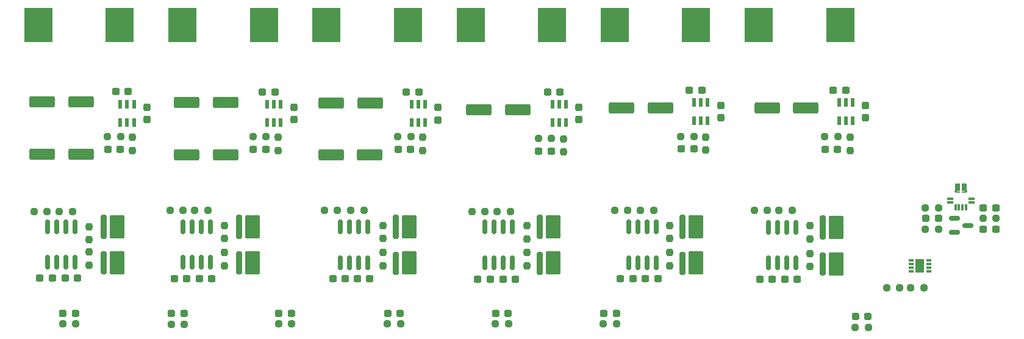
<source format=gbr>
%TF.GenerationSoftware,KiCad,Pcbnew,8.0.6*%
%TF.CreationDate,2025-03-19T14:20:47+02:00*%
%TF.ProjectId,UPD_PCB,5550445f-5043-4422-9e6b-696361645f70,1.1*%
%TF.SameCoordinates,Original*%
%TF.FileFunction,Paste,Top*%
%TF.FilePolarity,Positive*%
%FSLAX46Y46*%
G04 Gerber Fmt 4.6, Leading zero omitted, Abs format (unit mm)*
G04 Created by KiCad (PCBNEW 8.0.6) date 2025-03-19 14:20:47*
%MOMM*%
%LPD*%
G01*
G04 APERTURE LIST*
G04 Aperture macros list*
%AMRoundRect*
0 Rectangle with rounded corners*
0 $1 Rounding radius*
0 $2 $3 $4 $5 $6 $7 $8 $9 X,Y pos of 4 corners*
0 Add a 4 corners polygon primitive as box body*
4,1,4,$2,$3,$4,$5,$6,$7,$8,$9,$2,$3,0*
0 Add four circle primitives for the rounded corners*
1,1,$1+$1,$2,$3*
1,1,$1+$1,$4,$5*
1,1,$1+$1,$6,$7*
1,1,$1+$1,$8,$9*
0 Add four rect primitives between the rounded corners*
20,1,$1+$1,$2,$3,$4,$5,0*
20,1,$1+$1,$4,$5,$6,$7,0*
20,1,$1+$1,$6,$7,$8,$9,0*
20,1,$1+$1,$8,$9,$2,$3,0*%
%AMRotRect*
0 Rectangle, with rotation*
0 The origin of the aperture is its center*
0 $1 length*
0 $2 width*
0 $3 Rotation angle, in degrees counterclockwise*
0 Add horizontal line*
21,1,$1,$2,0,0,$3*%
G04 Aperture macros list end*
%ADD10R,0.600000X1.250000*%
%ADD11R,3.900000X4.750000*%
%ADD12R,0.800000X0.300000*%
%ADD13R,1.200000X1.900000*%
%ADD14RoundRect,0.237500X-0.250000X-0.237500X0.250000X-0.237500X0.250000X0.237500X-0.250000X0.237500X0*%
%ADD15RoundRect,0.237500X0.237500X-0.300000X0.237500X0.300000X-0.237500X0.300000X-0.237500X-0.300000X0*%
%ADD16RoundRect,0.237500X-0.237500X0.250000X-0.237500X-0.250000X0.237500X-0.250000X0.237500X0.250000X0*%
%ADD17RoundRect,0.250000X1.500000X0.550000X-1.500000X0.550000X-1.500000X-0.550000X1.500000X-0.550000X0*%
%ADD18RoundRect,0.150000X-0.150000X0.825000X-0.150000X-0.825000X0.150000X-0.825000X0.150000X0.825000X0*%
%ADD19RoundRect,0.237500X-0.287500X-0.237500X0.287500X-0.237500X0.287500X0.237500X-0.287500X0.237500X0*%
%ADD20RoundRect,0.237500X0.300000X0.237500X-0.300000X0.237500X-0.300000X-0.237500X0.300000X-0.237500X0*%
%ADD21RoundRect,0.237500X-0.300000X-0.237500X0.300000X-0.237500X0.300000X0.237500X-0.300000X0.237500X0*%
%ADD22R,0.800000X1.070000*%
%ADD23RotRect,0.282800X0.282800X315.000000*%
%ADD24R,0.600000X0.200000*%
%ADD25R,0.850000X0.300000*%
%ADD26R,0.300000X0.850000*%
%ADD27RoundRect,0.237500X0.250000X0.237500X-0.250000X0.237500X-0.250000X-0.237500X0.250000X-0.237500X0*%
%ADD28RoundRect,0.243600X-0.771400X1.406400X-0.771400X-1.406400X0.771400X-1.406400X0.771400X1.406400X0*%
%ADD29RoundRect,0.212500X-0.212500X1.452500X-0.212500X-1.452500X0.212500X-1.452500X0.212500X1.452500X0*%
%ADD30RoundRect,0.210000X-0.210000X1.365000X-0.210000X-1.365000X0.210000X-1.365000X0.210000X1.365000X0*%
%ADD31RoundRect,0.150000X-0.587500X-0.150000X0.587500X-0.150000X0.587500X0.150000X-0.587500X0.150000X0*%
G04 APERTURE END LIST*
D10*
%TO.C,Q6*%
X120050000Y-71000000D03*
X121000000Y-71000000D03*
X121950000Y-71000000D03*
X121950000Y-68500000D03*
X121000000Y-68500000D03*
X120050000Y-68500000D03*
%TD*%
%TO.C,Q5*%
X180050000Y-71019999D03*
X181000000Y-71019999D03*
X181950000Y-71019999D03*
X181950000Y-68519999D03*
X181000000Y-68519999D03*
X180050000Y-68519999D03*
%TD*%
%TO.C,Q4*%
X160500000Y-71019998D03*
X161450000Y-71019998D03*
X162400000Y-71019998D03*
X162400000Y-68519998D03*
X161450000Y-68519998D03*
X160500000Y-68519998D03*
%TD*%
%TO.C,Q3*%
X199712501Y-70769999D03*
X200662501Y-70769999D03*
X201612501Y-70769999D03*
X201612501Y-68269999D03*
X200662501Y-68269999D03*
X199712501Y-68269999D03*
%TD*%
%TO.C,Q2*%
X140450000Y-71019998D03*
X141400000Y-71019998D03*
X142350000Y-71019998D03*
X142350000Y-68519998D03*
X141400000Y-68519998D03*
X140450000Y-68519998D03*
%TD*%
%TO.C,Q1*%
X219825003Y-70769999D03*
X220775003Y-70769999D03*
X221725003Y-70769999D03*
X221725003Y-68269999D03*
X220775003Y-68269999D03*
X219825003Y-68269999D03*
%TD*%
D11*
%TO.C,L6*%
X120000001Y-57500000D03*
X108700001Y-57500000D03*
%TD*%
%TO.C,L5*%
X180000000Y-57499999D03*
X168700000Y-57499999D03*
%TD*%
%TO.C,L4*%
X160000000Y-57500000D03*
X148700000Y-57500000D03*
%TD*%
%TO.C,L3*%
X200000000Y-57500000D03*
X188700000Y-57500000D03*
%TD*%
%TO.C,L2*%
X140000000Y-57500000D03*
X128700000Y-57500000D03*
%TD*%
%TO.C,L1*%
X220000000Y-57500000D03*
X208700000Y-57500000D03*
%TD*%
D12*
%TO.C,IC1*%
X229875000Y-90174999D03*
X229875000Y-90674999D03*
X229875000Y-91174999D03*
X229875000Y-91674999D03*
X232275000Y-91674999D03*
X232275000Y-91174999D03*
X232275000Y-90674999D03*
X232275000Y-90174999D03*
D13*
X231075000Y-90924999D03*
%TD*%
D14*
%TO.C,R51*%
X142023642Y-99020822D03*
X143848642Y-99020822D03*
%TD*%
%TO.C,R42*%
X111575000Y-83400000D03*
X113400000Y-83400000D03*
%TD*%
D15*
%TO.C,C11*%
X164150000Y-70662501D03*
X164150000Y-68937499D03*
%TD*%
D16*
%TO.C,R30*%
X156560000Y-85332499D03*
X156560000Y-87157499D03*
%TD*%
%TO.C,R31*%
X156560000Y-89082500D03*
X156560000Y-90907500D03*
%TD*%
D14*
%TO.C,R46*%
X222087500Y-99500000D03*
X223912500Y-99500000D03*
%TD*%
D17*
%TO.C,C25*%
X175250000Y-69269999D03*
X169850000Y-69269999D03*
%TD*%
D14*
%TO.C,R54*%
X229799999Y-93999999D03*
X231624999Y-93999999D03*
%TD*%
D18*
%TO.C,U3*%
X132550000Y-85520000D03*
X131280000Y-85520000D03*
X130010000Y-85520000D03*
X128740000Y-85520000D03*
X128740000Y-90470000D03*
X130010000Y-90470000D03*
X131280000Y-90470000D03*
X132550000Y-90470000D03*
%TD*%
D19*
%TO.C,D4*%
X172175001Y-97520000D03*
X173924999Y-97520000D03*
%TD*%
D20*
%TO.C,C38*%
X114127501Y-92670000D03*
X112402499Y-92670000D03*
%TD*%
D19*
%TO.C,D7*%
X142061143Y-97530820D03*
X143811141Y-97530820D03*
%TD*%
D14*
%TO.C,R11*%
X178087500Y-73270000D03*
X179912500Y-73270000D03*
%TD*%
D17*
%TO.C,C16*%
X195050000Y-69019999D03*
X189650000Y-69019999D03*
%TD*%
D14*
%TO.C,R7*%
X197874999Y-73000000D03*
X199699999Y-73000000D03*
%TD*%
D18*
%TO.C,U4*%
X194455000Y-85545000D03*
X193185000Y-85545000D03*
X191915000Y-85545000D03*
X190645000Y-85545000D03*
X190645000Y-90495000D03*
X191915000Y-90495000D03*
X193185000Y-90495000D03*
X194455000Y-90495000D03*
%TD*%
D16*
%TO.C,R5*%
X201325000Y-73067500D03*
X201325000Y-74892500D03*
%TD*%
%TO.C,R10*%
X121762501Y-73087499D03*
X121762501Y-74912499D03*
%TD*%
%TO.C,R29*%
X196345000Y-89082500D03*
X196345000Y-90907500D03*
%TD*%
D21*
%TO.C,C15*%
X159787498Y-66769999D03*
X161512500Y-66769999D03*
%TD*%
%TO.C,C24*%
X119437499Y-66750000D03*
X121162501Y-66750000D03*
%TD*%
D18*
%TO.C,U7*%
X174455000Y-85545000D03*
X173185000Y-85545000D03*
X171915000Y-85545000D03*
X170645000Y-85545000D03*
X170645000Y-90495000D03*
X171915000Y-90495000D03*
X173185000Y-90495000D03*
X174455000Y-90495000D03*
%TD*%
D19*
%TO.C,D5*%
X157175001Y-97519999D03*
X158924999Y-97519999D03*
%TD*%
D15*
%TO.C,C2*%
X144150000Y-70632499D03*
X144150000Y-68907497D03*
%TD*%
D22*
%TO.C,U1*%
X237249999Y-80050000D03*
D23*
X237450000Y-80585000D03*
D24*
X237150000Y-80685000D03*
D22*
X236250001Y-80050000D03*
D23*
X236050000Y-80585000D03*
D24*
X236350000Y-80685000D03*
D25*
X235300000Y-81600000D03*
X235300000Y-82100000D03*
D26*
X236000000Y-82800000D03*
X236500000Y-82800000D03*
X237000000Y-82800000D03*
X237500000Y-82800000D03*
D25*
X238200000Y-82100000D03*
X238200000Y-81600000D03*
%TD*%
D16*
%TO.C,R17*%
X134555000Y-85337500D03*
X134555000Y-87162500D03*
%TD*%
D17*
%TO.C,C8*%
X134700000Y-75520000D03*
X129300000Y-75520000D03*
%TD*%
D19*
%TO.C,D3*%
X187175001Y-97520000D03*
X188924999Y-97520000D03*
%TD*%
D14*
%TO.C,R20*%
X231837499Y-82870000D03*
X233662499Y-82870000D03*
%TD*%
D20*
%TO.C,C4*%
X140262501Y-74769999D03*
X138537499Y-74769999D03*
%TD*%
D27*
%TO.C,R34*%
X190512500Y-83200000D03*
X188687500Y-83200000D03*
%TD*%
D16*
%TO.C,R2*%
X142000000Y-73087500D03*
X142000000Y-74912500D03*
%TD*%
%TO.C,R18*%
X134555001Y-89087499D03*
X134555001Y-90912499D03*
%TD*%
%TO.C,R41*%
X176550000Y-89107500D03*
X176550000Y-90932500D03*
%TD*%
D14*
%TO.C,R52*%
X112050000Y-99019999D03*
X113875000Y-99019999D03*
%TD*%
D27*
%TO.C,R53*%
X228262500Y-94000000D03*
X226437500Y-94000000D03*
%TD*%
D16*
%TO.C,R9*%
X181600001Y-73287500D03*
X181600001Y-75112500D03*
%TD*%
D15*
%TO.C,C19*%
X183750000Y-70632501D03*
X183750000Y-68907499D03*
%TD*%
D20*
%TO.C,C35*%
X154672502Y-92744999D03*
X152947500Y-92744999D03*
%TD*%
D28*
%TO.C,R36*%
X119650000Y-85500000D03*
D29*
X117790000Y-85515000D03*
D30*
X117795000Y-90555000D03*
D28*
X119635000Y-90540000D03*
%TD*%
D16*
%TO.C,R38*%
X115765000Y-85507500D03*
X115765000Y-87332500D03*
%TD*%
D14*
%TO.C,R19*%
X239837499Y-84369999D03*
X241662499Y-84369999D03*
%TD*%
D17*
%TO.C,C26*%
X114625001Y-68200000D03*
X109225001Y-68200000D03*
%TD*%
D14*
%TO.C,R22*%
X130400000Y-83200000D03*
X132225000Y-83200000D03*
%TD*%
D17*
%TO.C,C17*%
X154750000Y-68370000D03*
X149350000Y-68370000D03*
%TD*%
D16*
%TO.C,R1*%
X221400000Y-73087499D03*
X221400000Y-74912499D03*
%TD*%
%TO.C,R39*%
X115765000Y-89007500D03*
X115765000Y-90832500D03*
%TD*%
D20*
%TO.C,C28*%
X214050000Y-92795000D03*
X212324998Y-92795000D03*
%TD*%
D28*
%TO.C,R37*%
X180185000Y-85515000D03*
D29*
X178325000Y-85530000D03*
D30*
X178330000Y-90570000D03*
D28*
X180170000Y-90555000D03*
%TD*%
%TO.C,R26*%
X199980000Y-85515000D03*
D29*
X198120000Y-85530000D03*
D30*
X198125000Y-90570000D03*
D28*
X199965000Y-90555000D03*
%TD*%
D20*
%TO.C,C21*%
X179887503Y-75020000D03*
X178162501Y-75020000D03*
%TD*%
D27*
%TO.C,R24*%
X209912500Y-83200000D03*
X208087500Y-83200000D03*
%TD*%
D20*
%TO.C,C41*%
X171412501Y-92770000D03*
X169687499Y-92770000D03*
%TD*%
%TO.C,C33*%
X129280002Y-92750000D03*
X127555000Y-92750000D03*
%TD*%
D28*
%TO.C,R27*%
X160195000Y-85515000D03*
D29*
X158335000Y-85530000D03*
D30*
X158340000Y-90570000D03*
D28*
X160180000Y-90555000D03*
%TD*%
D19*
%TO.C,D1*%
X231875000Y-84369999D03*
X233624998Y-84369999D03*
%TD*%
D15*
%TO.C,C20*%
X123800001Y-70612501D03*
X123800001Y-68887499D03*
%TD*%
D27*
%TO.C,R35*%
X150200000Y-83200000D03*
X148375000Y-83200000D03*
%TD*%
D16*
%TO.C,R16*%
X215800000Y-89219999D03*
X215800000Y-91044999D03*
%TD*%
D14*
%TO.C,R12*%
X118300000Y-73000000D03*
X120125000Y-73000000D03*
%TD*%
D20*
%TO.C,C34*%
X194707502Y-92744999D03*
X192982500Y-92744999D03*
%TD*%
%TO.C,C40*%
X110627501Y-92669999D03*
X108902499Y-92669999D03*
%TD*%
D21*
%TO.C,C6*%
X139787499Y-66770000D03*
X141512501Y-66770000D03*
%TD*%
D14*
%TO.C,R4*%
X138487500Y-73020000D03*
X140312500Y-73020000D03*
%TD*%
D16*
%TO.C,R28*%
X196345001Y-85332499D03*
X196345001Y-87157499D03*
%TD*%
D19*
%TO.C,D2*%
X222125001Y-98000000D03*
X223874999Y-98000000D03*
%TD*%
D14*
%TO.C,R21*%
X211521716Y-83230363D03*
X213346716Y-83230363D03*
%TD*%
%TO.C,R23*%
X231837501Y-85870000D03*
X233662501Y-85870000D03*
%TD*%
D17*
%TO.C,C18*%
X154700000Y-75520000D03*
X149300000Y-75520000D03*
%TD*%
D27*
%TO.C,R25*%
X128800000Y-83200000D03*
X126975000Y-83200000D03*
%TD*%
D16*
%TO.C,R6*%
X162000000Y-73087500D03*
X162000000Y-74912500D03*
%TD*%
D21*
%TO.C,C14*%
X199050000Y-66520000D03*
X200775002Y-66520000D03*
%TD*%
D14*
%TO.C,R47*%
X187137500Y-99020000D03*
X188962500Y-99020000D03*
%TD*%
D20*
%TO.C,C12*%
X199675002Y-74700000D03*
X197950000Y-74700000D03*
%TD*%
%TO.C,C3*%
X219625002Y-74770000D03*
X217900000Y-74770000D03*
%TD*%
%TO.C,C37*%
X151310000Y-92744999D03*
X149584998Y-92744999D03*
%TD*%
D14*
%TO.C,R49*%
X157137500Y-99019999D03*
X158962500Y-99019999D03*
%TD*%
%TO.C,R32*%
X192287500Y-83200000D03*
X194112500Y-83200000D03*
%TD*%
D28*
%TO.C,R13*%
X219435000Y-85625000D03*
D29*
X217575000Y-85640000D03*
D30*
X217580000Y-90680000D03*
D28*
X219420000Y-90665000D03*
%TD*%
%TO.C,R14*%
X138415000Y-85490000D03*
D29*
X136555000Y-85505000D03*
D30*
X136560000Y-90545000D03*
D28*
X138400000Y-90530000D03*
%TD*%
D17*
%TO.C,C27*%
X114625001Y-75450000D03*
X109225001Y-75450000D03*
%TD*%
D14*
%TO.C,R43*%
X172375000Y-83400000D03*
X174200000Y-83400000D03*
%TD*%
%TO.C,R8*%
X158575000Y-73019998D03*
X160400000Y-73019998D03*
%TD*%
D16*
%TO.C,R40*%
X176550000Y-85357500D03*
X176550000Y-87182500D03*
%TD*%
D20*
%TO.C,C39*%
X174912501Y-92770000D03*
X173187499Y-92770000D03*
%TD*%
D18*
%TO.C,U5*%
X154455001Y-85544999D03*
X153185001Y-85544999D03*
X151915001Y-85544999D03*
X150645001Y-85544999D03*
X150645001Y-90494999D03*
X151915001Y-90494999D03*
X153185001Y-90494999D03*
X154455001Y-90494999D03*
%TD*%
D17*
%TO.C,C9*%
X134700000Y-68270000D03*
X129300000Y-68270000D03*
%TD*%
D27*
%TO.C,R45*%
X170712500Y-83400000D03*
X168887500Y-83400000D03*
%TD*%
D20*
%TO.C,C36*%
X191207501Y-92745000D03*
X189482499Y-92745000D03*
%TD*%
D31*
%TO.C,Q7*%
X235874998Y-84370000D03*
X235874998Y-86270000D03*
X237749999Y-85320000D03*
%TD*%
D20*
%TO.C,C29*%
X132780003Y-92750000D03*
X131055001Y-92750000D03*
%TD*%
D21*
%TO.C,C30*%
X239887498Y-82870000D03*
X241612500Y-82870000D03*
%TD*%
D20*
%TO.C,C32*%
X210550000Y-92795000D03*
X208824998Y-92795000D03*
%TD*%
D27*
%TO.C,R44*%
X109912500Y-83400000D03*
X108087500Y-83400000D03*
%TD*%
D20*
%TO.C,C31*%
X241612500Y-85870000D03*
X239887498Y-85870000D03*
%TD*%
D14*
%TO.C,R33*%
X152087500Y-83200000D03*
X153912500Y-83200000D03*
%TD*%
%TO.C,R3*%
X217862503Y-73020000D03*
X219687503Y-73020000D03*
%TD*%
D15*
%TO.C,C10*%
X203412500Y-70382501D03*
X203412500Y-68657499D03*
%TD*%
%TO.C,C1*%
X223525002Y-70382502D03*
X223525002Y-68657500D03*
%TD*%
D14*
%TO.C,R50*%
X127114617Y-99026393D03*
X128939617Y-99026393D03*
%TD*%
D17*
%TO.C,C7*%
X215250001Y-69020000D03*
X209850001Y-69020000D03*
%TD*%
D19*
%TO.C,D8*%
X112087501Y-97519999D03*
X113837499Y-97519999D03*
%TD*%
D21*
%TO.C,C5*%
X219050000Y-66520000D03*
X220775002Y-66520000D03*
%TD*%
%TO.C,C23*%
X179387500Y-66770000D03*
X181112502Y-66770000D03*
%TD*%
D19*
%TO.C,D6*%
X127152118Y-97526393D03*
X128902116Y-97526393D03*
%TD*%
D20*
%TO.C,C13*%
X160350001Y-74770000D03*
X158624999Y-74770000D03*
%TD*%
D18*
%TO.C,U2*%
X213860000Y-85570001D03*
X212590000Y-85570001D03*
X211320000Y-85570001D03*
X210050000Y-85570001D03*
X210050000Y-90520001D03*
X211320000Y-90520001D03*
X212590000Y-90520001D03*
X213860000Y-90520001D03*
%TD*%
D14*
%TO.C,R48*%
X172137500Y-99020000D03*
X173962500Y-99020000D03*
%TD*%
D16*
%TO.C,R15*%
X215800000Y-85382500D03*
X215800000Y-87207500D03*
%TD*%
D18*
%TO.C,U6*%
X113820000Y-85520000D03*
X112550000Y-85520000D03*
X111280000Y-85520000D03*
X110010000Y-85520000D03*
X110010000Y-90470000D03*
X111280000Y-90470000D03*
X112550000Y-90470000D03*
X113820000Y-90470000D03*
%TD*%
D20*
%TO.C,C22*%
X120037503Y-74750000D03*
X118312501Y-74750000D03*
%TD*%
M02*

</source>
